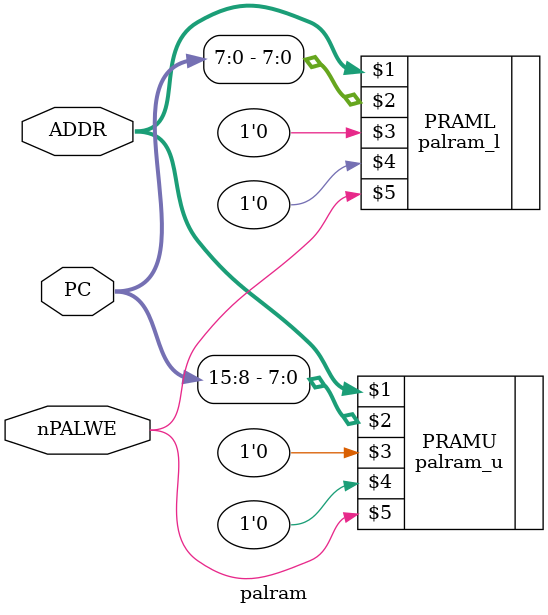
<source format=v>

`timescale 1ns/1ns


module palram(
	input [12:0] ADDR,
	inout [15:0] PC,
	input nPALWE
);

	palram_l PRAML(ADDR, PC[7:0], 1'b0, 1'b0, nPALWE);
	palram_u PRAMU(ADDR, PC[15:8], 1'b0, 1'b0, nPALWE);

endmodule

</source>
